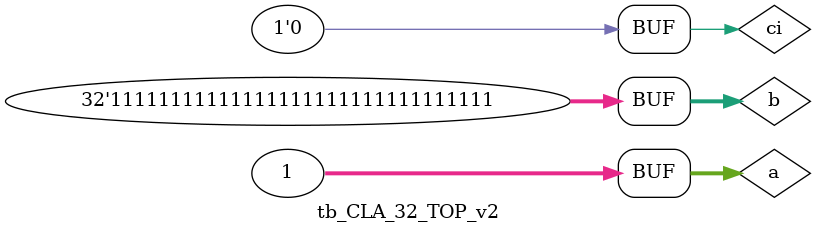
<source format=v>
`timescale 1ns / 1ps

module tb_CLA_32_TOP_v2();

    reg [31:0] a, b;
    reg ci;     
    wire [31:0] s;
    wire overflow;
    
    CLA_32_TOP_v2 cla32_dut(a, b, ci, s, overflow);
    
    initial begin
        ci = 1'b0;
        a = 32'd3;
        b = 32'd5;
        #10;
        
        a = 32'd0;
        b = 32'hFFFF_FFFF;
        #10;
        
        a = 32'd1;
        b = 32'hFFFF_FFFF;
        #10;
    end
    
endmodule

</source>
